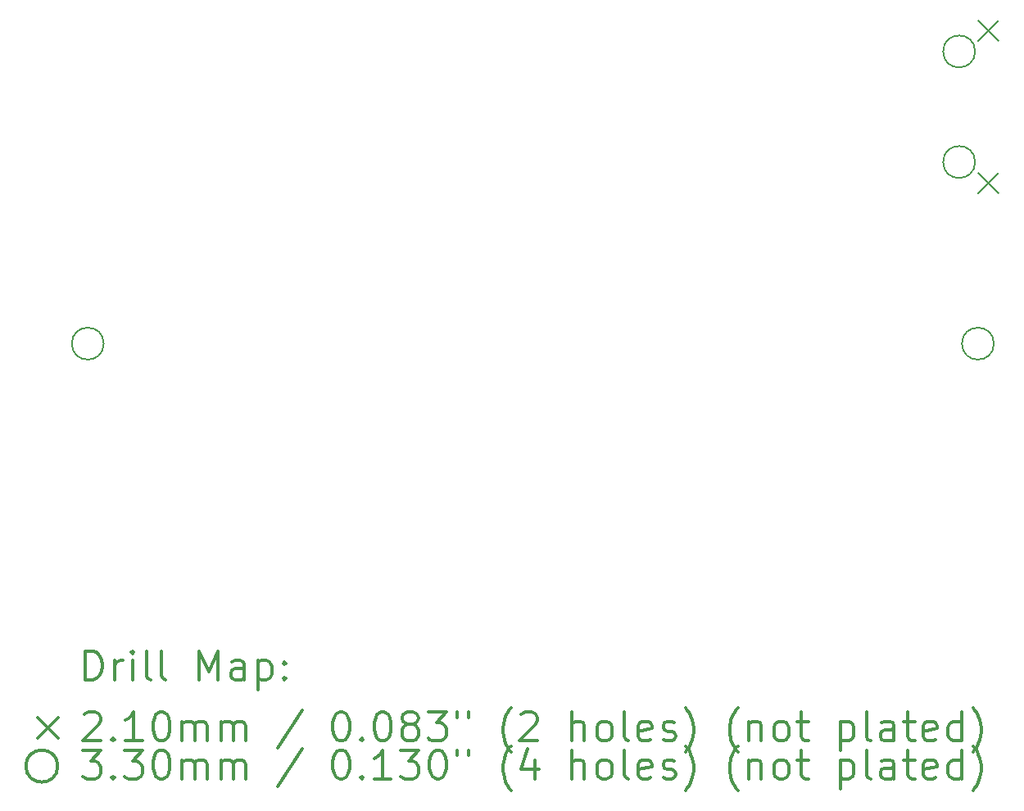
<source format=gbr>
%FSLAX45Y45*%
G04 Gerber Fmt 4.5, Leading zero omitted, Abs format (unit mm)*
G04 Created by KiCad (PCBNEW 5.1.8-4.fc33) date 2021-01-03 23:47:01*
%MOMM*%
%LPD*%
G01*
G04 APERTURE LIST*
%ADD10C,0.200000*%
%ADD11C,0.300000*%
G04 APERTURE END LIST*
D10*
X19455150Y-7359790D02*
X19665150Y-7569790D01*
X19665150Y-7359790D02*
X19455150Y-7569790D01*
X19455150Y-8934590D02*
X19665150Y-9144590D01*
X19665150Y-8934590D02*
X19455150Y-9144590D01*
X10415110Y-10700360D02*
G75*
G03*
X10415110Y-10700360I-165000J0D01*
G01*
X19615110Y-10700360D02*
G75*
G03*
X19615110Y-10700360I-165000J0D01*
G01*
X19420350Y-7680690D02*
G75*
G03*
X19420350Y-7680690I-165000J0D01*
G01*
X19420350Y-8823690D02*
G75*
G03*
X19420350Y-8823690I-165000J0D01*
G01*
D11*
X10226378Y-14176234D02*
X10226378Y-13876234D01*
X10297807Y-13876234D01*
X10340664Y-13890520D01*
X10369236Y-13919091D01*
X10383521Y-13947663D01*
X10397807Y-14004806D01*
X10397807Y-14047663D01*
X10383521Y-14104806D01*
X10369236Y-14133377D01*
X10340664Y-14161949D01*
X10297807Y-14176234D01*
X10226378Y-14176234D01*
X10526378Y-14176234D02*
X10526378Y-13976234D01*
X10526378Y-14033377D02*
X10540664Y-14004806D01*
X10554950Y-13990520D01*
X10583521Y-13976234D01*
X10612093Y-13976234D01*
X10712093Y-14176234D02*
X10712093Y-13976234D01*
X10712093Y-13876234D02*
X10697807Y-13890520D01*
X10712093Y-13904806D01*
X10726378Y-13890520D01*
X10712093Y-13876234D01*
X10712093Y-13904806D01*
X10897807Y-14176234D02*
X10869236Y-14161949D01*
X10854950Y-14133377D01*
X10854950Y-13876234D01*
X11054950Y-14176234D02*
X11026378Y-14161949D01*
X11012093Y-14133377D01*
X11012093Y-13876234D01*
X11397807Y-14176234D02*
X11397807Y-13876234D01*
X11497807Y-14090520D01*
X11597807Y-13876234D01*
X11597807Y-14176234D01*
X11869236Y-14176234D02*
X11869236Y-14019091D01*
X11854950Y-13990520D01*
X11826378Y-13976234D01*
X11769236Y-13976234D01*
X11740664Y-13990520D01*
X11869236Y-14161949D02*
X11840664Y-14176234D01*
X11769236Y-14176234D01*
X11740664Y-14161949D01*
X11726378Y-14133377D01*
X11726378Y-14104806D01*
X11740664Y-14076234D01*
X11769236Y-14061949D01*
X11840664Y-14061949D01*
X11869236Y-14047663D01*
X12012093Y-13976234D02*
X12012093Y-14276234D01*
X12012093Y-13990520D02*
X12040664Y-13976234D01*
X12097807Y-13976234D01*
X12126378Y-13990520D01*
X12140664Y-14004806D01*
X12154950Y-14033377D01*
X12154950Y-14119091D01*
X12140664Y-14147663D01*
X12126378Y-14161949D01*
X12097807Y-14176234D01*
X12040664Y-14176234D01*
X12012093Y-14161949D01*
X12283521Y-14147663D02*
X12297807Y-14161949D01*
X12283521Y-14176234D01*
X12269236Y-14161949D01*
X12283521Y-14147663D01*
X12283521Y-14176234D01*
X12283521Y-13990520D02*
X12297807Y-14004806D01*
X12283521Y-14019091D01*
X12269236Y-14004806D01*
X12283521Y-13990520D01*
X12283521Y-14019091D01*
X9729950Y-14565520D02*
X9939950Y-14775520D01*
X9939950Y-14565520D02*
X9729950Y-14775520D01*
X10212093Y-14534806D02*
X10226378Y-14520520D01*
X10254950Y-14506234D01*
X10326378Y-14506234D01*
X10354950Y-14520520D01*
X10369236Y-14534806D01*
X10383521Y-14563377D01*
X10383521Y-14591949D01*
X10369236Y-14634806D01*
X10197807Y-14806234D01*
X10383521Y-14806234D01*
X10512093Y-14777663D02*
X10526378Y-14791949D01*
X10512093Y-14806234D01*
X10497807Y-14791949D01*
X10512093Y-14777663D01*
X10512093Y-14806234D01*
X10812093Y-14806234D02*
X10640664Y-14806234D01*
X10726378Y-14806234D02*
X10726378Y-14506234D01*
X10697807Y-14549091D01*
X10669236Y-14577663D01*
X10640664Y-14591949D01*
X10997807Y-14506234D02*
X11026378Y-14506234D01*
X11054950Y-14520520D01*
X11069236Y-14534806D01*
X11083521Y-14563377D01*
X11097807Y-14620520D01*
X11097807Y-14691949D01*
X11083521Y-14749091D01*
X11069236Y-14777663D01*
X11054950Y-14791949D01*
X11026378Y-14806234D01*
X10997807Y-14806234D01*
X10969236Y-14791949D01*
X10954950Y-14777663D01*
X10940664Y-14749091D01*
X10926378Y-14691949D01*
X10926378Y-14620520D01*
X10940664Y-14563377D01*
X10954950Y-14534806D01*
X10969236Y-14520520D01*
X10997807Y-14506234D01*
X11226378Y-14806234D02*
X11226378Y-14606234D01*
X11226378Y-14634806D02*
X11240664Y-14620520D01*
X11269236Y-14606234D01*
X11312093Y-14606234D01*
X11340664Y-14620520D01*
X11354950Y-14649091D01*
X11354950Y-14806234D01*
X11354950Y-14649091D02*
X11369236Y-14620520D01*
X11397807Y-14606234D01*
X11440664Y-14606234D01*
X11469236Y-14620520D01*
X11483521Y-14649091D01*
X11483521Y-14806234D01*
X11626378Y-14806234D02*
X11626378Y-14606234D01*
X11626378Y-14634806D02*
X11640664Y-14620520D01*
X11669236Y-14606234D01*
X11712093Y-14606234D01*
X11740664Y-14620520D01*
X11754950Y-14649091D01*
X11754950Y-14806234D01*
X11754950Y-14649091D02*
X11769236Y-14620520D01*
X11797807Y-14606234D01*
X11840664Y-14606234D01*
X11869236Y-14620520D01*
X11883521Y-14649091D01*
X11883521Y-14806234D01*
X12469236Y-14491949D02*
X12212093Y-14877663D01*
X12854950Y-14506234D02*
X12883521Y-14506234D01*
X12912093Y-14520520D01*
X12926378Y-14534806D01*
X12940664Y-14563377D01*
X12954950Y-14620520D01*
X12954950Y-14691949D01*
X12940664Y-14749091D01*
X12926378Y-14777663D01*
X12912093Y-14791949D01*
X12883521Y-14806234D01*
X12854950Y-14806234D01*
X12826378Y-14791949D01*
X12812093Y-14777663D01*
X12797807Y-14749091D01*
X12783521Y-14691949D01*
X12783521Y-14620520D01*
X12797807Y-14563377D01*
X12812093Y-14534806D01*
X12826378Y-14520520D01*
X12854950Y-14506234D01*
X13083521Y-14777663D02*
X13097807Y-14791949D01*
X13083521Y-14806234D01*
X13069236Y-14791949D01*
X13083521Y-14777663D01*
X13083521Y-14806234D01*
X13283521Y-14506234D02*
X13312093Y-14506234D01*
X13340664Y-14520520D01*
X13354950Y-14534806D01*
X13369236Y-14563377D01*
X13383521Y-14620520D01*
X13383521Y-14691949D01*
X13369236Y-14749091D01*
X13354950Y-14777663D01*
X13340664Y-14791949D01*
X13312093Y-14806234D01*
X13283521Y-14806234D01*
X13254950Y-14791949D01*
X13240664Y-14777663D01*
X13226378Y-14749091D01*
X13212093Y-14691949D01*
X13212093Y-14620520D01*
X13226378Y-14563377D01*
X13240664Y-14534806D01*
X13254950Y-14520520D01*
X13283521Y-14506234D01*
X13554950Y-14634806D02*
X13526378Y-14620520D01*
X13512093Y-14606234D01*
X13497807Y-14577663D01*
X13497807Y-14563377D01*
X13512093Y-14534806D01*
X13526378Y-14520520D01*
X13554950Y-14506234D01*
X13612093Y-14506234D01*
X13640664Y-14520520D01*
X13654950Y-14534806D01*
X13669236Y-14563377D01*
X13669236Y-14577663D01*
X13654950Y-14606234D01*
X13640664Y-14620520D01*
X13612093Y-14634806D01*
X13554950Y-14634806D01*
X13526378Y-14649091D01*
X13512093Y-14663377D01*
X13497807Y-14691949D01*
X13497807Y-14749091D01*
X13512093Y-14777663D01*
X13526378Y-14791949D01*
X13554950Y-14806234D01*
X13612093Y-14806234D01*
X13640664Y-14791949D01*
X13654950Y-14777663D01*
X13669236Y-14749091D01*
X13669236Y-14691949D01*
X13654950Y-14663377D01*
X13640664Y-14649091D01*
X13612093Y-14634806D01*
X13769236Y-14506234D02*
X13954950Y-14506234D01*
X13854950Y-14620520D01*
X13897807Y-14620520D01*
X13926378Y-14634806D01*
X13940664Y-14649091D01*
X13954950Y-14677663D01*
X13954950Y-14749091D01*
X13940664Y-14777663D01*
X13926378Y-14791949D01*
X13897807Y-14806234D01*
X13812093Y-14806234D01*
X13783521Y-14791949D01*
X13769236Y-14777663D01*
X14069236Y-14506234D02*
X14069236Y-14563377D01*
X14183521Y-14506234D02*
X14183521Y-14563377D01*
X14626378Y-14920520D02*
X14612093Y-14906234D01*
X14583521Y-14863377D01*
X14569236Y-14834806D01*
X14554950Y-14791949D01*
X14540664Y-14720520D01*
X14540664Y-14663377D01*
X14554950Y-14591949D01*
X14569236Y-14549091D01*
X14583521Y-14520520D01*
X14612093Y-14477663D01*
X14626378Y-14463377D01*
X14726378Y-14534806D02*
X14740664Y-14520520D01*
X14769236Y-14506234D01*
X14840664Y-14506234D01*
X14869236Y-14520520D01*
X14883521Y-14534806D01*
X14897807Y-14563377D01*
X14897807Y-14591949D01*
X14883521Y-14634806D01*
X14712093Y-14806234D01*
X14897807Y-14806234D01*
X15254950Y-14806234D02*
X15254950Y-14506234D01*
X15383521Y-14806234D02*
X15383521Y-14649091D01*
X15369236Y-14620520D01*
X15340664Y-14606234D01*
X15297807Y-14606234D01*
X15269236Y-14620520D01*
X15254950Y-14634806D01*
X15569236Y-14806234D02*
X15540664Y-14791949D01*
X15526378Y-14777663D01*
X15512093Y-14749091D01*
X15512093Y-14663377D01*
X15526378Y-14634806D01*
X15540664Y-14620520D01*
X15569236Y-14606234D01*
X15612093Y-14606234D01*
X15640664Y-14620520D01*
X15654950Y-14634806D01*
X15669236Y-14663377D01*
X15669236Y-14749091D01*
X15654950Y-14777663D01*
X15640664Y-14791949D01*
X15612093Y-14806234D01*
X15569236Y-14806234D01*
X15840664Y-14806234D02*
X15812093Y-14791949D01*
X15797807Y-14763377D01*
X15797807Y-14506234D01*
X16069236Y-14791949D02*
X16040664Y-14806234D01*
X15983521Y-14806234D01*
X15954950Y-14791949D01*
X15940664Y-14763377D01*
X15940664Y-14649091D01*
X15954950Y-14620520D01*
X15983521Y-14606234D01*
X16040664Y-14606234D01*
X16069236Y-14620520D01*
X16083521Y-14649091D01*
X16083521Y-14677663D01*
X15940664Y-14706234D01*
X16197807Y-14791949D02*
X16226378Y-14806234D01*
X16283521Y-14806234D01*
X16312093Y-14791949D01*
X16326378Y-14763377D01*
X16326378Y-14749091D01*
X16312093Y-14720520D01*
X16283521Y-14706234D01*
X16240664Y-14706234D01*
X16212093Y-14691949D01*
X16197807Y-14663377D01*
X16197807Y-14649091D01*
X16212093Y-14620520D01*
X16240664Y-14606234D01*
X16283521Y-14606234D01*
X16312093Y-14620520D01*
X16426378Y-14920520D02*
X16440664Y-14906234D01*
X16469236Y-14863377D01*
X16483521Y-14834806D01*
X16497807Y-14791949D01*
X16512093Y-14720520D01*
X16512093Y-14663377D01*
X16497807Y-14591949D01*
X16483521Y-14549091D01*
X16469236Y-14520520D01*
X16440664Y-14477663D01*
X16426378Y-14463377D01*
X16969236Y-14920520D02*
X16954950Y-14906234D01*
X16926378Y-14863377D01*
X16912093Y-14834806D01*
X16897807Y-14791949D01*
X16883521Y-14720520D01*
X16883521Y-14663377D01*
X16897807Y-14591949D01*
X16912093Y-14549091D01*
X16926378Y-14520520D01*
X16954950Y-14477663D01*
X16969236Y-14463377D01*
X17083521Y-14606234D02*
X17083521Y-14806234D01*
X17083521Y-14634806D02*
X17097807Y-14620520D01*
X17126378Y-14606234D01*
X17169236Y-14606234D01*
X17197807Y-14620520D01*
X17212093Y-14649091D01*
X17212093Y-14806234D01*
X17397807Y-14806234D02*
X17369236Y-14791949D01*
X17354950Y-14777663D01*
X17340664Y-14749091D01*
X17340664Y-14663377D01*
X17354950Y-14634806D01*
X17369236Y-14620520D01*
X17397807Y-14606234D01*
X17440664Y-14606234D01*
X17469236Y-14620520D01*
X17483521Y-14634806D01*
X17497807Y-14663377D01*
X17497807Y-14749091D01*
X17483521Y-14777663D01*
X17469236Y-14791949D01*
X17440664Y-14806234D01*
X17397807Y-14806234D01*
X17583521Y-14606234D02*
X17697807Y-14606234D01*
X17626378Y-14506234D02*
X17626378Y-14763377D01*
X17640664Y-14791949D01*
X17669236Y-14806234D01*
X17697807Y-14806234D01*
X18026378Y-14606234D02*
X18026378Y-14906234D01*
X18026378Y-14620520D02*
X18054950Y-14606234D01*
X18112093Y-14606234D01*
X18140664Y-14620520D01*
X18154950Y-14634806D01*
X18169236Y-14663377D01*
X18169236Y-14749091D01*
X18154950Y-14777663D01*
X18140664Y-14791949D01*
X18112093Y-14806234D01*
X18054950Y-14806234D01*
X18026378Y-14791949D01*
X18340664Y-14806234D02*
X18312093Y-14791949D01*
X18297807Y-14763377D01*
X18297807Y-14506234D01*
X18583521Y-14806234D02*
X18583521Y-14649091D01*
X18569236Y-14620520D01*
X18540664Y-14606234D01*
X18483521Y-14606234D01*
X18454950Y-14620520D01*
X18583521Y-14791949D02*
X18554950Y-14806234D01*
X18483521Y-14806234D01*
X18454950Y-14791949D01*
X18440664Y-14763377D01*
X18440664Y-14734806D01*
X18454950Y-14706234D01*
X18483521Y-14691949D01*
X18554950Y-14691949D01*
X18583521Y-14677663D01*
X18683521Y-14606234D02*
X18797807Y-14606234D01*
X18726378Y-14506234D02*
X18726378Y-14763377D01*
X18740664Y-14791949D01*
X18769236Y-14806234D01*
X18797807Y-14806234D01*
X19012093Y-14791949D02*
X18983521Y-14806234D01*
X18926378Y-14806234D01*
X18897807Y-14791949D01*
X18883521Y-14763377D01*
X18883521Y-14649091D01*
X18897807Y-14620520D01*
X18926378Y-14606234D01*
X18983521Y-14606234D01*
X19012093Y-14620520D01*
X19026378Y-14649091D01*
X19026378Y-14677663D01*
X18883521Y-14706234D01*
X19283521Y-14806234D02*
X19283521Y-14506234D01*
X19283521Y-14791949D02*
X19254950Y-14806234D01*
X19197807Y-14806234D01*
X19169236Y-14791949D01*
X19154950Y-14777663D01*
X19140664Y-14749091D01*
X19140664Y-14663377D01*
X19154950Y-14634806D01*
X19169236Y-14620520D01*
X19197807Y-14606234D01*
X19254950Y-14606234D01*
X19283521Y-14620520D01*
X19397807Y-14920520D02*
X19412093Y-14906234D01*
X19440664Y-14863377D01*
X19454950Y-14834806D01*
X19469236Y-14791949D01*
X19483521Y-14720520D01*
X19483521Y-14663377D01*
X19469236Y-14591949D01*
X19454950Y-14549091D01*
X19440664Y-14520520D01*
X19412093Y-14477663D01*
X19397807Y-14463377D01*
X9939950Y-15066520D02*
G75*
G03*
X9939950Y-15066520I-165000J0D01*
G01*
X10197807Y-14902234D02*
X10383521Y-14902234D01*
X10283521Y-15016520D01*
X10326378Y-15016520D01*
X10354950Y-15030806D01*
X10369236Y-15045091D01*
X10383521Y-15073663D01*
X10383521Y-15145091D01*
X10369236Y-15173663D01*
X10354950Y-15187949D01*
X10326378Y-15202234D01*
X10240664Y-15202234D01*
X10212093Y-15187949D01*
X10197807Y-15173663D01*
X10512093Y-15173663D02*
X10526378Y-15187949D01*
X10512093Y-15202234D01*
X10497807Y-15187949D01*
X10512093Y-15173663D01*
X10512093Y-15202234D01*
X10626378Y-14902234D02*
X10812093Y-14902234D01*
X10712093Y-15016520D01*
X10754950Y-15016520D01*
X10783521Y-15030806D01*
X10797807Y-15045091D01*
X10812093Y-15073663D01*
X10812093Y-15145091D01*
X10797807Y-15173663D01*
X10783521Y-15187949D01*
X10754950Y-15202234D01*
X10669236Y-15202234D01*
X10640664Y-15187949D01*
X10626378Y-15173663D01*
X10997807Y-14902234D02*
X11026378Y-14902234D01*
X11054950Y-14916520D01*
X11069236Y-14930806D01*
X11083521Y-14959377D01*
X11097807Y-15016520D01*
X11097807Y-15087949D01*
X11083521Y-15145091D01*
X11069236Y-15173663D01*
X11054950Y-15187949D01*
X11026378Y-15202234D01*
X10997807Y-15202234D01*
X10969236Y-15187949D01*
X10954950Y-15173663D01*
X10940664Y-15145091D01*
X10926378Y-15087949D01*
X10926378Y-15016520D01*
X10940664Y-14959377D01*
X10954950Y-14930806D01*
X10969236Y-14916520D01*
X10997807Y-14902234D01*
X11226378Y-15202234D02*
X11226378Y-15002234D01*
X11226378Y-15030806D02*
X11240664Y-15016520D01*
X11269236Y-15002234D01*
X11312093Y-15002234D01*
X11340664Y-15016520D01*
X11354950Y-15045091D01*
X11354950Y-15202234D01*
X11354950Y-15045091D02*
X11369236Y-15016520D01*
X11397807Y-15002234D01*
X11440664Y-15002234D01*
X11469236Y-15016520D01*
X11483521Y-15045091D01*
X11483521Y-15202234D01*
X11626378Y-15202234D02*
X11626378Y-15002234D01*
X11626378Y-15030806D02*
X11640664Y-15016520D01*
X11669236Y-15002234D01*
X11712093Y-15002234D01*
X11740664Y-15016520D01*
X11754950Y-15045091D01*
X11754950Y-15202234D01*
X11754950Y-15045091D02*
X11769236Y-15016520D01*
X11797807Y-15002234D01*
X11840664Y-15002234D01*
X11869236Y-15016520D01*
X11883521Y-15045091D01*
X11883521Y-15202234D01*
X12469236Y-14887949D02*
X12212093Y-15273663D01*
X12854950Y-14902234D02*
X12883521Y-14902234D01*
X12912093Y-14916520D01*
X12926378Y-14930806D01*
X12940664Y-14959377D01*
X12954950Y-15016520D01*
X12954950Y-15087949D01*
X12940664Y-15145091D01*
X12926378Y-15173663D01*
X12912093Y-15187949D01*
X12883521Y-15202234D01*
X12854950Y-15202234D01*
X12826378Y-15187949D01*
X12812093Y-15173663D01*
X12797807Y-15145091D01*
X12783521Y-15087949D01*
X12783521Y-15016520D01*
X12797807Y-14959377D01*
X12812093Y-14930806D01*
X12826378Y-14916520D01*
X12854950Y-14902234D01*
X13083521Y-15173663D02*
X13097807Y-15187949D01*
X13083521Y-15202234D01*
X13069236Y-15187949D01*
X13083521Y-15173663D01*
X13083521Y-15202234D01*
X13383521Y-15202234D02*
X13212093Y-15202234D01*
X13297807Y-15202234D02*
X13297807Y-14902234D01*
X13269236Y-14945091D01*
X13240664Y-14973663D01*
X13212093Y-14987949D01*
X13483521Y-14902234D02*
X13669236Y-14902234D01*
X13569236Y-15016520D01*
X13612093Y-15016520D01*
X13640664Y-15030806D01*
X13654950Y-15045091D01*
X13669236Y-15073663D01*
X13669236Y-15145091D01*
X13654950Y-15173663D01*
X13640664Y-15187949D01*
X13612093Y-15202234D01*
X13526378Y-15202234D01*
X13497807Y-15187949D01*
X13483521Y-15173663D01*
X13854950Y-14902234D02*
X13883521Y-14902234D01*
X13912093Y-14916520D01*
X13926378Y-14930806D01*
X13940664Y-14959377D01*
X13954950Y-15016520D01*
X13954950Y-15087949D01*
X13940664Y-15145091D01*
X13926378Y-15173663D01*
X13912093Y-15187949D01*
X13883521Y-15202234D01*
X13854950Y-15202234D01*
X13826378Y-15187949D01*
X13812093Y-15173663D01*
X13797807Y-15145091D01*
X13783521Y-15087949D01*
X13783521Y-15016520D01*
X13797807Y-14959377D01*
X13812093Y-14930806D01*
X13826378Y-14916520D01*
X13854950Y-14902234D01*
X14069236Y-14902234D02*
X14069236Y-14959377D01*
X14183521Y-14902234D02*
X14183521Y-14959377D01*
X14626378Y-15316520D02*
X14612093Y-15302234D01*
X14583521Y-15259377D01*
X14569236Y-15230806D01*
X14554950Y-15187949D01*
X14540664Y-15116520D01*
X14540664Y-15059377D01*
X14554950Y-14987949D01*
X14569236Y-14945091D01*
X14583521Y-14916520D01*
X14612093Y-14873663D01*
X14626378Y-14859377D01*
X14869236Y-15002234D02*
X14869236Y-15202234D01*
X14797807Y-14887949D02*
X14726378Y-15102234D01*
X14912093Y-15102234D01*
X15254950Y-15202234D02*
X15254950Y-14902234D01*
X15383521Y-15202234D02*
X15383521Y-15045091D01*
X15369236Y-15016520D01*
X15340664Y-15002234D01*
X15297807Y-15002234D01*
X15269236Y-15016520D01*
X15254950Y-15030806D01*
X15569236Y-15202234D02*
X15540664Y-15187949D01*
X15526378Y-15173663D01*
X15512093Y-15145091D01*
X15512093Y-15059377D01*
X15526378Y-15030806D01*
X15540664Y-15016520D01*
X15569236Y-15002234D01*
X15612093Y-15002234D01*
X15640664Y-15016520D01*
X15654950Y-15030806D01*
X15669236Y-15059377D01*
X15669236Y-15145091D01*
X15654950Y-15173663D01*
X15640664Y-15187949D01*
X15612093Y-15202234D01*
X15569236Y-15202234D01*
X15840664Y-15202234D02*
X15812093Y-15187949D01*
X15797807Y-15159377D01*
X15797807Y-14902234D01*
X16069236Y-15187949D02*
X16040664Y-15202234D01*
X15983521Y-15202234D01*
X15954950Y-15187949D01*
X15940664Y-15159377D01*
X15940664Y-15045091D01*
X15954950Y-15016520D01*
X15983521Y-15002234D01*
X16040664Y-15002234D01*
X16069236Y-15016520D01*
X16083521Y-15045091D01*
X16083521Y-15073663D01*
X15940664Y-15102234D01*
X16197807Y-15187949D02*
X16226378Y-15202234D01*
X16283521Y-15202234D01*
X16312093Y-15187949D01*
X16326378Y-15159377D01*
X16326378Y-15145091D01*
X16312093Y-15116520D01*
X16283521Y-15102234D01*
X16240664Y-15102234D01*
X16212093Y-15087949D01*
X16197807Y-15059377D01*
X16197807Y-15045091D01*
X16212093Y-15016520D01*
X16240664Y-15002234D01*
X16283521Y-15002234D01*
X16312093Y-15016520D01*
X16426378Y-15316520D02*
X16440664Y-15302234D01*
X16469236Y-15259377D01*
X16483521Y-15230806D01*
X16497807Y-15187949D01*
X16512093Y-15116520D01*
X16512093Y-15059377D01*
X16497807Y-14987949D01*
X16483521Y-14945091D01*
X16469236Y-14916520D01*
X16440664Y-14873663D01*
X16426378Y-14859377D01*
X16969236Y-15316520D02*
X16954950Y-15302234D01*
X16926378Y-15259377D01*
X16912093Y-15230806D01*
X16897807Y-15187949D01*
X16883521Y-15116520D01*
X16883521Y-15059377D01*
X16897807Y-14987949D01*
X16912093Y-14945091D01*
X16926378Y-14916520D01*
X16954950Y-14873663D01*
X16969236Y-14859377D01*
X17083521Y-15002234D02*
X17083521Y-15202234D01*
X17083521Y-15030806D02*
X17097807Y-15016520D01*
X17126378Y-15002234D01*
X17169236Y-15002234D01*
X17197807Y-15016520D01*
X17212093Y-15045091D01*
X17212093Y-15202234D01*
X17397807Y-15202234D02*
X17369236Y-15187949D01*
X17354950Y-15173663D01*
X17340664Y-15145091D01*
X17340664Y-15059377D01*
X17354950Y-15030806D01*
X17369236Y-15016520D01*
X17397807Y-15002234D01*
X17440664Y-15002234D01*
X17469236Y-15016520D01*
X17483521Y-15030806D01*
X17497807Y-15059377D01*
X17497807Y-15145091D01*
X17483521Y-15173663D01*
X17469236Y-15187949D01*
X17440664Y-15202234D01*
X17397807Y-15202234D01*
X17583521Y-15002234D02*
X17697807Y-15002234D01*
X17626378Y-14902234D02*
X17626378Y-15159377D01*
X17640664Y-15187949D01*
X17669236Y-15202234D01*
X17697807Y-15202234D01*
X18026378Y-15002234D02*
X18026378Y-15302234D01*
X18026378Y-15016520D02*
X18054950Y-15002234D01*
X18112093Y-15002234D01*
X18140664Y-15016520D01*
X18154950Y-15030806D01*
X18169236Y-15059377D01*
X18169236Y-15145091D01*
X18154950Y-15173663D01*
X18140664Y-15187949D01*
X18112093Y-15202234D01*
X18054950Y-15202234D01*
X18026378Y-15187949D01*
X18340664Y-15202234D02*
X18312093Y-15187949D01*
X18297807Y-15159377D01*
X18297807Y-14902234D01*
X18583521Y-15202234D02*
X18583521Y-15045091D01*
X18569236Y-15016520D01*
X18540664Y-15002234D01*
X18483521Y-15002234D01*
X18454950Y-15016520D01*
X18583521Y-15187949D02*
X18554950Y-15202234D01*
X18483521Y-15202234D01*
X18454950Y-15187949D01*
X18440664Y-15159377D01*
X18440664Y-15130806D01*
X18454950Y-15102234D01*
X18483521Y-15087949D01*
X18554950Y-15087949D01*
X18583521Y-15073663D01*
X18683521Y-15002234D02*
X18797807Y-15002234D01*
X18726378Y-14902234D02*
X18726378Y-15159377D01*
X18740664Y-15187949D01*
X18769236Y-15202234D01*
X18797807Y-15202234D01*
X19012093Y-15187949D02*
X18983521Y-15202234D01*
X18926378Y-15202234D01*
X18897807Y-15187949D01*
X18883521Y-15159377D01*
X18883521Y-15045091D01*
X18897807Y-15016520D01*
X18926378Y-15002234D01*
X18983521Y-15002234D01*
X19012093Y-15016520D01*
X19026378Y-15045091D01*
X19026378Y-15073663D01*
X18883521Y-15102234D01*
X19283521Y-15202234D02*
X19283521Y-14902234D01*
X19283521Y-15187949D02*
X19254950Y-15202234D01*
X19197807Y-15202234D01*
X19169236Y-15187949D01*
X19154950Y-15173663D01*
X19140664Y-15145091D01*
X19140664Y-15059377D01*
X19154950Y-15030806D01*
X19169236Y-15016520D01*
X19197807Y-15002234D01*
X19254950Y-15002234D01*
X19283521Y-15016520D01*
X19397807Y-15316520D02*
X19412093Y-15302234D01*
X19440664Y-15259377D01*
X19454950Y-15230806D01*
X19469236Y-15187949D01*
X19483521Y-15116520D01*
X19483521Y-15059377D01*
X19469236Y-14987949D01*
X19454950Y-14945091D01*
X19440664Y-14916520D01*
X19412093Y-14873663D01*
X19397807Y-14859377D01*
M02*

</source>
